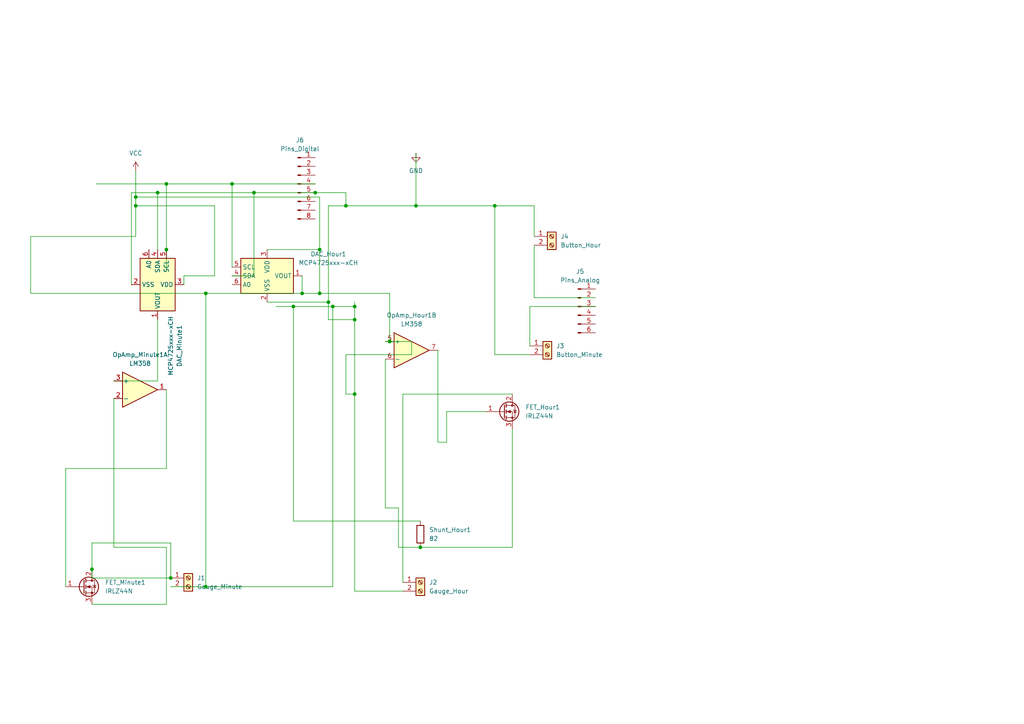
<source format=kicad_sch>
(kicad_sch (version 20231120) (generator "eeschema") (generator_version "8.0")
  (paper "A4")
  (lib_symbols
    (symbol "Amplifier_Operational:LM358" (pin_names (offset 0.127))
      (property "Reference" "U" (at 0 5.08 0))
      (property "Value" "LM358" (at 0 -5.08 0))
      (symbol "LM358_1_1"
        (polyline (pts (xy -5.08 5.08) (xy 5.08 0) (xy -5.08 -5.08) (xy -5.08 5.08)) (stroke (width 0.254)) (fill (type background)))
        (pin output line (at 7.62 0 180) (length 2.54) (name "~") (number "1"))
        (pin input line (at -7.62 -2.54 0) (length 2.54) (name "-") (number "2"))
        (pin input line (at -7.62 2.54 0) (length 2.54) (name "+") (number "3"))
      )
      (symbol "LM358_2_1"
        (polyline (pts (xy -5.08 5.08) (xy 5.08 0) (xy -5.08 -5.08) (xy -5.08 5.08)) (stroke (width 0.254)) (fill (type background)))
        (pin input line (at -7.62 2.54 0) (length 2.54) (name "+") (number "5"))
        (pin input line (at -7.62 -2.54 0) (length 2.54) (name "-") (number "6"))
        (pin output line (at 7.62 0 180) (length 2.54) (name "~") (number "7"))
      )
      (symbol "LM358_3_1"
        (pin power_in line (at -2.54 -7.62 90) (length 3.81) (name "V-") (number "4"))
        (pin power_in line (at -2.54 7.62 270) (length 3.81) (name "V+") (number "8"))
      )
    )
    (symbol "Analog_DAC:MCP4725xxx-xCH"
      (property "Reference" "U" (at -6.35 6.35 0))
      (property "Value" "MCP4725xxx-xCH" (at 8.89 6.35 0))
      (symbol "MCP4725xxx-xCH_0_1"
        (rectangle (start -7.62 5.08) (end 7.62 -5.08) (stroke (width 0.254)) (fill (type background)))
      )
      (symbol "MCP4725xxx-xCH_1_1"
        (pin output line (at 10.16 0 180) (length 2.54) (name "VOUT") (number "1"))
        (pin power_in line (at 0 -7.62 90) (length 2.54) (name "VSS") (number "2"))
        (pin power_in line (at 0 7.62 270) (length 2.54) (name "VDD") (number "3"))
        (pin bidirectional line (at -10.16 0 0) (length 2.54) (name "SDA") (number "4"))
        (pin input line (at -10.16 2.54 0) (length 2.54) (name "SCL") (number "5"))
        (pin input line (at -10.16 -2.54 0) (length 2.54) (name "A0") (number "6"))
      )
    )
    (symbol "Connector:Conn_01x06_Pin" (pin_names (offset 1.016) hide)
      (property "Reference" "J" (at 0 7.62 0))
      (property "Value" "Conn_01x06_Pin" (at 0 -10.16 0))
      (symbol "Conn_01x06_Pin_1_1"
        (polyline (pts (xy 1.27 -7.62) (xy 0.8636 -7.62)) (stroke (width 0.1524)))
        (polyline (pts (xy 1.27 -5.08) (xy 0.8636 -5.08)) (stroke (width 0.1524)))
        (polyline (pts (xy 1.27 -2.54) (xy 0.8636 -2.54)) (stroke (width 0.1524)))
        (polyline (pts (xy 1.27 0) (xy 0.8636 0)) (stroke (width 0.1524)))
        (polyline (pts (xy 1.27 2.54) (xy 0.8636 2.54)) (stroke (width 0.1524)))
        (polyline (pts (xy 1.27 5.08) (xy 0.8636 5.08)) (stroke (width 0.1524)))
        (rectangle (start 0.8636 -7.493) (end 0 -7.747) (stroke (width 0.1524)) (fill (type outline)))
        (rectangle (start 0.8636 -4.953) (end 0 -5.207) (stroke (width 0.1524)) (fill (type outline)))
        (rectangle (start 0.8636 -2.413) (end 0 -2.667) (stroke (width 0.1524)) (fill (type outline)))
        (rectangle (start 0.8636 0.127) (end 0 -0.127) (stroke (width 0.1524)) (fill (type outline)))
        (rectangle (start 0.8636 2.667) (end 0 2.413) (stroke (width 0.1524)) (fill (type outline)))
        (rectangle (start 0.8636 5.207) (end 0 4.953) (stroke (width 0.1524)) (fill (type outline)))
        (pin passive line (at 5.08 5.08 180) (length 3.81) (name "Pin_1") (number "1"))
        (pin passive line (at 5.08 2.54 180) (length 3.81) (name "Pin_2") (number "2"))
        (pin passive line (at 5.08 0 180) (length 3.81) (name "Pin_3") (number "3"))
        (pin passive line (at 5.08 -2.54 180) (length 3.81) (name "Pin_4") (number "4"))
        (pin passive line (at 5.08 -5.08 180) (length 3.81) (name "Pin_5") (number "5"))
        (pin passive line (at 5.08 -7.62 180) (length 3.81) (name "Pin_6") (number "6"))
      )
    )
    (symbol "Connector:Conn_01x08_Pin" (pin_names (offset 1.016) hide)
      (property "Reference" "J" (at 0 10.16 0))
      (property "Value" "Conn_01x08_Pin" (at 0 -12.7 0))
      (symbol "Conn_01x08_Pin_1_1"
        (polyline (pts (xy 1.27 -10.16) (xy 0.8636 -10.16)) (stroke (width 0.1524)))
        (polyline (pts (xy 1.27 -7.62) (xy 0.8636 -7.62)) (stroke (width 0.1524)))
        (polyline (pts (xy 1.27 -5.08) (xy 0.8636 -5.08)) (stroke (width 0.1524)))
        (polyline (pts (xy 1.27 -2.54) (xy 0.8636 -2.54)) (stroke (width 0.1524)))
        (polyline (pts (xy 1.27 0) (xy 0.8636 0)) (stroke (width 0.1524)))
        (polyline (pts (xy 1.27 2.54) (xy 0.8636 2.54)) (stroke (width 0.1524)))
        (polyline (pts (xy 1.27 5.08) (xy 0.8636 5.08)) (stroke (width 0.1524)))
        (polyline (pts (xy 1.27 7.62) (xy 0.8636 7.62)) (stroke (width 0.1524)))
        (rectangle (start 0.8636 -10.033) (end 0 -10.287) (stroke (width 0.1524)) (fill (type outline)))
        (rectangle (start 0.8636 -7.493) (end 0 -7.747) (stroke (width 0.1524)) (fill (type outline)))
        (rectangle (start 0.8636 -4.953) (end 0 -5.207) (stroke (width 0.1524)) (fill (type outline)))
        (rectangle (start 0.8636 -2.413) (end 0 -2.667) (stroke (width 0.1524)) (fill (type outline)))
        (rectangle (start 0.8636 0.127) (end 0 -0.127) (stroke (width 0.1524)) (fill (type outline)))
        (rectangle (start 0.8636 2.667) (end 0 2.413) (stroke (width 0.1524)) (fill (type outline)))
        (rectangle (start 0.8636 5.207) (end 0 4.953) (stroke (width 0.1524)) (fill (type outline)))
        (rectangle (start 0.8636 7.747) (end 0 7.493) (stroke (width 0.1524)) (fill (type outline)))
        (pin passive line (at 5.08 7.62 180) (length 3.81) (name "Pin_1") (number "1"))
        (pin passive line (at 5.08 5.08 180) (length 3.81) (name "Pin_2") (number "2"))
        (pin passive line (at 5.08 2.54 180) (length 3.81) (name "Pin_3") (number "3"))
        (pin passive line (at 5.08 0 180) (length 3.81) (name "Pin_4") (number "4"))
        (pin passive line (at 5.08 -2.54 180) (length 3.81) (name "Pin_5") (number "5"))
        (pin passive line (at 5.08 -5.08 180) (length 3.81) (name "Pin_6") (number "6"))
        (pin passive line (at 5.08 -7.62 180) (length 3.81) (name "Pin_7") (number "7"))
        (pin passive line (at 5.08 -10.16 180) (length 3.81) (name "Pin_8") (number "8"))
      )
    )
    (symbol "Connector:Screw_Terminal_01x02" (pin_names (offset 1.016) hide)
      (property "Reference" "J" (at 0 2.54 0))
      (property "Value" "Screw_Terminal_01x02" (at 0 -5.08 0))
      (symbol "Screw_Terminal_01x02_1_1"
        (rectangle (start -1.27 1.27) (end 1.27 -3.81) (stroke (width 0.254)) (fill (type background)))
        (circle (center 0 -2.54) (radius 0.635) (stroke (width 0.1524)))
        (polyline (pts (xy -0.5334 -2.2098) (xy 0.3302 -3.048)) (stroke (width 0.1524)))
        (polyline (pts (xy -0.5334 0.3302) (xy 0.3302 -0.508)) (stroke (width 0.1524)))
        (polyline (pts (xy -0.3556 -2.032) (xy 0.508 -2.8702)) (stroke (width 0.1524)))
        (polyline (pts (xy -0.3556 0.508) (xy 0.508 -0.3302)) (stroke (width 0.1524)))
        (circle (center 0 0) (radius 0.635) (stroke (width 0.1524)))
        (pin passive line (at -5.08 0 0) (length 3.81) (name "Pin_1") (number "1"))
        (pin passive line (at -5.08 -2.54 0) (length 3.81) (name "Pin_2") (number "2"))
      )
    )
    (symbol "Device:R" (pin_numbers hide) (pin_names (offset 0))
      (property "Reference" "R" (at 2.032 0 90))
      (property "Value" "R" (at 0 0 90))
      (symbol "R_0_1"
        (rectangle (start -1.016 -2.54) (end 1.016 2.54) (stroke (width 0.254)))
      )
      (symbol "R_1_1"
        (pin passive line (at 0 3.81 270) (length 1.27) (name "~") (number "1"))
        (pin passive line (at 0 -3.81 90) (length 1.27) (name "~") (number "2"))
      )
    )
    (symbol "Transistor_FET:IRLZ44N" (pin_names hide)
      (property "Reference" "Q" (at 5.08 1.905 0))
      (property "Value" "IRLZ44N" (at 5.08 0 0))
      (symbol "IRLZ44N_0_1"
        (polyline (pts (xy 0.254 0) (xy -2.54 0)))
        (polyline (pts (xy 0.254 1.905) (xy 0.254 -1.905)) (stroke (width 0.254)))
        (polyline (pts (xy 0.762 -1.27) (xy 0.762 -2.286)) (stroke (width 0.254)))
        (polyline (pts (xy 0.762 0.508) (xy 0.762 -0.508)) (stroke (width 0.254)))
        (polyline (pts (xy 0.762 2.286) (xy 0.762 1.27)) (stroke (width 0.254)))
        (polyline (pts (xy 2.54 2.54) (xy 2.54 1.778)))
        (polyline (pts (xy 2.54 -2.54) (xy 2.54 0) (xy 0.762 0)))
        (polyline (pts (xy 0.762 -1.778) (xy 3.302 -1.778) (xy 3.302 1.778) (xy 0.762 1.778)))
        (polyline (pts (xy 1.016 0) (xy 2.032 0.381) (xy 2.032 -0.381) (xy 1.016 0)) (fill (type outline)))
        (polyline (pts (xy 2.794 0.508) (xy 2.921 0.381) (xy 3.683 0.381) (xy 3.81 0.254)))
        (polyline (pts (xy 3.302 0.381) (xy 2.921 -0.254) (xy 3.683 -0.254) (xy 3.302 0.381)))
        (circle (center 1.651 0) (radius 2.794) (stroke (width 0.254)))
        (circle (center 2.54 -1.778) (radius 0.254) (fill (type outline)))
        (circle (center 2.54 1.778) (radius 0.254) (fill (type outline)))
      )
      (symbol "IRLZ44N_1_1"
        (pin input line (at -5.08 0 0) (length 2.54) (name "G") (number "1"))
        (pin passive line (at 2.54 5.08 270) (length 2.54) (name "D") (number "2"))
        (pin passive line (at 2.54 -5.08 90) (length 2.54) (name "S") (number "3"))
      )
    )
    (symbol "power:GND" (power) (pin_numbers hide) (pin_names (offset 0) hide)
      (property "Value" "GND" (at 0 -3.81 0))
      (symbol "GND_0_1"
        (polyline (pts (xy 0 0) (xy 0 -1.27) (xy 1.27 -1.27) (xy 0 -2.54) (xy -1.27 -1.27) (xy 0 -1.27)))
      )
      (symbol "GND_1_1"
        (pin power_in line (at 0 0 270) (length 0) (name "~") (number "1"))
      )
    )
    (symbol "power:VCC" (power) (pin_numbers hide) (pin_names (offset 0) hide)
      (property "Value" "VCC" (at 0 3.556 0))
      (symbol "VCC_0_1"
        (polyline (pts (xy -0.762 1.27) (xy 0 2.54)))
        (polyline (pts (xy 0 0) (xy 0 2.54)))
        (polyline (pts (xy 0 2.54) (xy 0.762 1.27)))
      )
      (symbol "VCC_1_1"
        (pin power_in line (at 0 0 90) (length 0) (name "~") (number "1"))
      )
    )
  )
  (junction (at 92.71 72.39))
  (junction (at 26.67 165.1))
  (junction (at 87.63 85.09))
  (junction (at 120.65 59.69))
  (junction (at 92.71 85.09))
  (junction (at 48.26 53.34))
  (junction (at 85.09 88.9))
  (junction (at 102.87 92.71))
  (junction (at 102.87 88.9))
  (junction (at 45.72 55.88))
  (junction (at 59.69 170.18))
  (junction (at 121.92 158.75))
  (junction (at 39.37 59.69))
  (junction (at 102.87 114.3))
  (junction (at 59.69 85.09))
  (junction (at 100.33 59.69))
  (junction (at 96.52 88.9))
  (junction (at 143.51 59.69))
  (junction (at 113.03 99.06))
  (junction (at 39.37 57.15))
  (junction (at 48.26 72.39))
  (junction (at 95.25 87.63))
  (junction (at 67.31 53.34))
  (junction (at 91.44 55.88))
  (junction (at 73.66 55.88))
  (junction (at 49.53 167.64))
  (wire (pts (xy 39.37 68.58) (xy 39.37 59.69)))
  (wire (pts (xy 127 101.6) (xy 127 128.27)))
  (wire (pts (xy 120.65 59.69) (xy 120.65 44.45)))
  (wire (pts (xy 116.84 168.91) (xy 116.84 114.3)))
  (wire (pts (xy 53.34 82.55) (xy 53.34 80.01)))
  (wire (pts (xy 113.03 99.06) (xy 111.76 99.06)))
  (wire (pts (xy 115.57 147.32) (xy 115.57 158.75)))
  (wire (pts (xy 73.66 55.88) (xy 73.66 80.01)))
  (wire (pts (xy 77.47 87.63) (xy 95.25 87.63)))
  (wire (pts (xy 153.67 88.9) (xy 172.72 88.9)))
  (wire (pts (xy 26.67 175.26) (xy 48.26 175.26)))
  (wire (pts (xy 154.94 59.69) (xy 143.51 59.69)))
  (wire (pts (xy 67.31 53.34) (xy 91.44 53.34)))
  (wire (pts (xy 49.53 157.48) (xy 49.53 167.64)))
  (wire (pts (xy 45.72 110.49) (xy 45.72 92.71)))
  (wire (pts (xy 100.33 59.69) (xy 120.65 59.69)))
  (wire (pts (xy 67.31 53.34) (xy 67.31 77.47)))
  (wire (pts (xy 129.54 119.38) (xy 129.54 128.27)))
  (wire (pts (xy 95.25 59.69) (xy 100.33 59.69)))
  (wire (pts (xy 48.26 72.39) (xy 48.26 78.74)))
  (wire (pts (xy 59.69 170.18) (xy 59.69 85.09)))
  (wire (pts (xy 39.37 59.69) (xy 39.37 57.15)))
  (wire (pts (xy 116.84 171.45) (xy 102.87 171.45)))
  (wire (pts (xy 119.38 102.87) (xy 119.38 99.06)))
  (wire (pts (xy 33.02 110.49) (xy 45.72 110.49)))
  (wire (pts (xy 49.53 167.64) (xy 26.67 167.64)))
  (wire (pts (xy 33.02 158.75) (xy 48.26 158.75)))
  (wire (pts (xy 95.25 59.69) (xy 95.25 87.63)))
  (wire (pts (xy 48.26 175.26) (xy 48.26 158.75)))
  (wire (pts (xy 39.37 57.15) (xy 92.71 57.15)))
  (wire (pts (xy 102.87 171.45) (xy 102.87 114.3)))
  (wire (pts (xy 38.1 82.55) (xy 38.1 55.88)))
  (wire (pts (xy 53.34 80.01) (xy 62.23 80.01)))
  (wire (pts (xy 45.72 55.88) (xy 45.72 72.39)))
  (wire (pts (xy 92.71 57.15) (xy 92.71 72.39)))
  (wire (pts (xy 121.92 158.75) (xy 148.59 158.75)))
  (wire (pts (xy 19.05 135.89) (xy 19.05 170.18)))
  (wire (pts (xy 85.09 88.9) (xy 96.52 88.9)))
  (wire (pts (xy 127 128.27) (xy 129.54 128.27)))
  (wire (pts (xy 8.89 85.09) (xy 59.69 85.09)))
  (wire (pts (xy 111.76 104.14) (xy 111.76 147.32)))
  (wire (pts (xy 87.63 85.09) (xy 92.71 85.09)))
  (wire (pts (xy 153.67 102.87) (xy 143.51 102.87)))
  (wire (pts (xy 8.89 68.58) (xy 39.37 68.58)))
  (wire (pts (xy 59.69 85.09) (xy 87.63 85.09)))
  (wire (pts (xy 100.33 114.3) (xy 102.87 114.3)))
  (wire (pts (xy 92.71 85.09) (xy 92.71 72.39)))
  (wire (pts (xy 39.37 57.15) (xy 39.37 49.53)))
  (wire (pts (xy 102.87 92.71) (xy 95.25 92.71)))
  (wire (pts (xy 26.67 157.48) (xy 49.53 157.48)))
  (wire (pts (xy 121.92 151.13) (xy 85.09 151.13)))
  (wire (pts (xy 100.33 102.87) (xy 119.38 102.87)))
  (wire (pts (xy 116.84 114.3) (xy 148.59 114.3)))
  (wire (pts (xy 148.59 124.46) (xy 148.59 158.75)))
  (wire (pts (xy 67.31 80.01) (xy 73.66 80.01)))
  (wire (pts (xy 154.94 86.36) (xy 172.72 86.36)))
  (wire (pts (xy 143.51 102.87) (xy 143.51 59.69)))
  (wire (pts (xy 129.54 119.38) (xy 140.97 119.38)))
  (wire (pts (xy 48.26 113.03) (xy 48.26 135.89)))
  (wire (pts (xy 102.87 87.63) (xy 102.87 88.9)))
  (wire (pts (xy 27.94 53.34) (xy 48.26 53.34)))
  (wire (pts (xy 59.69 170.18) (xy 96.52 170.18)))
  (wire (pts (xy 85.09 151.13) (xy 85.09 88.9)))
  (wire (pts (xy 62.23 80.01) (xy 62.23 59.69)))
  (wire (pts (xy 100.33 59.69) (xy 100.33 55.88)))
  (wire (pts (xy 62.23 59.69) (xy 39.37 59.69)))
  (wire (pts (xy 113.03 85.09) (xy 113.03 99.06)))
  (wire (pts (xy 48.26 135.89) (xy 19.05 135.89)))
  (wire (pts (xy 73.66 55.88) (xy 91.44 55.88)))
  (wire (pts (xy 92.71 85.09) (xy 113.03 85.09)))
  (wire (pts (xy 26.67 157.48) (xy 26.67 165.1)))
  (wire (pts (xy 115.57 158.75) (xy 121.92 158.75)))
  (wire (pts (xy 143.51 59.69) (xy 120.65 59.69)))
  (wire (pts (xy 119.38 99.06) (xy 113.03 99.06)))
  (wire (pts (xy 49.53 170.18) (xy 59.69 170.18)))
  (wire (pts (xy 87.63 80.01) (xy 87.63 85.09)))
  (wire (pts (xy 26.67 167.64) (xy 26.67 165.1)))
  (wire (pts (xy 48.26 53.34) (xy 48.26 72.39)))
  (wire (pts (xy 45.72 55.88) (xy 73.66 55.88)))
  (wire (pts (xy 38.1 55.88) (xy 45.72 55.88)))
  (wire (pts (xy 111.76 147.32) (xy 115.57 147.32)))
  (wire (pts (xy 102.87 92.71) (xy 102.87 114.3)))
  (wire (pts (xy 8.89 85.09) (xy 8.89 68.58)))
  (wire (pts (xy 102.87 88.9) (xy 102.87 92.71)))
  (wire (pts (xy 100.33 102.87) (xy 100.33 114.3)))
  (wire (pts (xy 80.01 88.9) (xy 85.09 88.9)))
  (wire (pts (xy 154.94 68.58) (xy 154.94 59.69)))
  (wire (pts (xy 48.26 53.34) (xy 67.31 53.34)))
  (wire (pts (xy 33.02 115.57) (xy 33.02 158.75)))
  (wire (pts (xy 153.67 100.33) (xy 153.67 88.9)))
  (wire (pts (xy 154.94 71.12) (xy 154.94 86.36)))
  (wire (pts (xy 77.47 72.39) (xy 92.71 72.39)))
  (wire (pts (xy 96.52 170.18) (xy 96.52 88.9)))
  (wire (pts (xy 100.33 55.88) (xy 91.44 55.88)))
  (wire (pts (xy 95.25 92.71) (xy 95.25 87.63)))
  (wire (pts (xy 96.52 88.9) (xy 102.87 88.9)))
  (symbol (lib_id "Amplifier_Operational:LM358") (at 40.64 113.03 0) (unit 1)
    (property "Reference" "OpAmp_Minute1" (at 40.64 102.87 0))
    (property "Value" "LM358" (at 40.64 105.41 0))
    (property "Footprint" "Package_DIP:CERDIP-8_W7.62mm_SideBrazed" (effects (hide yes)))
    (property "Datasheet" "http://www.ti.com/lit/ds/symlink/lm2904-n.pdf" (effects (hide yes)))
    (property "Description" "Low-Power, Dual Operational Amplifiers, DIP-8/SOIC-8/TO-99-8" (effects (hide yes)))
  )
  (symbol (lib_id "Connector:Screw_Terminal_01x02") (at 160.02 68.58 0) (unit 1)
    (property "Reference" "J4" (at 162.56 68.5799 0) (effects (justify left)))
    (property "Value" "Button_Hour" (at 162.56 71.1199 0) (effects (justify left)))
    (property "Footprint" "Connector_Phoenix_GMSTB:PhoenixContact_GMSTBA_2,5_2-G-7,62_1x02_P7.62mm_Horizontal" (effects (hide yes)))
    (property "Description" "Generic screw terminal, single row, 01x02, script generated (kicad-library-utils/schlib/autogen/connector/)" (effects (hide yes)))
  )
  (symbol (lib_id "Device:R") (at 121.92 154.94 0) (unit 1)
    (property "Reference" "Shunt_Hour1" (at 124.46 153.6699 0) (effects (justify left)))
    (property "Value" "82" (at 124.46 156.2099 0) (effects (justify left)))
    (property "Footprint" "Resistor_SMD:R_1206_3216Metric_Pad1.30x1.75mm_HandSolder" (effects (hide yes)))
    (property "Description" "Resistor" (effects (hide yes)))
  )
  (symbol (lib_id "Connector:Screw_Terminal_01x02") (at 158.75 100.33 0) (unit 1)
    (property "Reference" "J3" (at 161.29 100.3299 0) (effects (justify left)))
    (property "Value" "Button_Minute" (at 161.29 102.8699 0) (effects (justify left)))
    (property "Footprint" "Connector_Phoenix_GMSTB:PhoenixContact_GMSTBA_2,5_2-G-7,62_1x02_P7.62mm_Horizontal" (effects (hide yes)))
    (property "Description" "Generic screw terminal, single row, 01x02, script generated (kicad-library-utils/schlib/autogen/connector/)" (effects (hide yes)))
  )
  (symbol (lib_id "power:GND") (at 120.65 44.45 0) (unit 1)
    (property "Reference" "#PWR01" (effects (hide yes)))
    (property "Value" "GND" (at 120.65 49.53 0))
    (property "Description" "Power symbol creates a global label with name \"GND\" , ground" (effects (hide yes)))
  )
  (symbol (lib_id "Analog_DAC:MCP4725xxx-xCH") (at 45.72 82.55 270) (unit 1)
    (property "Reference" "DAC_Minute1" (at 52.0386 100.33 0))
    (property "Value" "MCP4725xxx-xCH" (at 49.4986 100.33 0))
    (property "Footprint" "Package_TO_SOT_SMD:SOT-23-6" (effects (hide yes)))
    (property "Datasheet" "http://ww1.microchip.com/downloads/en/DeviceDoc/22039d.pdf" (effects (hide yes)))
    (property "Description" "12-bit Digital-to-Analog Converter, integrated EEPROM, I2C interface, SOT-23-6" (effects (hide yes)))
  )
  (symbol (lib_id "Connector:Screw_Terminal_01x02") (at 121.92 168.91 0) (unit 1)
    (property "Reference" "J2" (at 124.46 168.9099 0) (effects (justify left)))
    (property "Value" "Gauge_Hour" (at 124.46 171.4499 0) (effects (justify left)))
    (property "Footprint" "Connector_Phoenix_GMSTB:PhoenixContact_GMSTBA_2,5_2-G-7,62_1x02_P7.62mm_Horizontal" (effects (hide yes)))
    (property "Description" "Generic screw terminal, single row, 01x02, script generated (kicad-library-utils/schlib/autogen/connector/)" (effects (hide yes)))
  )
  (symbol (lib_id "Connector:Conn_01x06_Pin") (at 167.64 88.9 0) (unit 1)
    (property "Reference" "J5" (at 168.275 78.74 0))
    (property "Value" "Pins_Analog" (at 168.275 81.28 0))
    (property "Footprint" "Connector_Harting:Harting_har-flexicon_14110613001xxx_1x06-MP_P2.54mm_Vertical" (effects (hide yes)))
    (property "Description" "Generic connector, single row, 01x06, script generated" (effects (hide yes)))
  )
  (symbol (lib_id "Amplifier_Operational:LM358") (at 119.38 101.6 0) (unit 2)
    (property "Reference" "OpAmp_Hour1" (at 119.38 91.44 0))
    (property "Value" "LM358" (at 119.38 93.98 0))
    (property "Footprint" "Package_DIP:CERDIP-8_W7.62mm_SideBrazed" (effects (hide yes)))
    (property "Datasheet" "http://www.ti.com/lit/ds/symlink/lm2904-n.pdf" (effects (hide yes)))
    (property "Description" "Low-Power, Dual Operational Amplifiers, DIP-8/SOIC-8/TO-99-8" (effects (hide yes)))
  )
  (symbol (lib_id "Connector:Screw_Terminal_01x02") (at 54.61 167.64 0) (unit 1)
    (property "Reference" "J1" (at 57.15 167.6399 0) (effects (justify left)))
    (property "Value" "Gauge_Minute" (at 57.15 170.1799 0) (effects (justify left)))
    (property "Footprint" "Connector_Phoenix_GMSTB:PhoenixContact_GMSTBA_2,5_2-G-7,62_1x02_P7.62mm_Horizontal" (effects (hide yes)))
    (property "Description" "Generic screw terminal, single row, 01x02, script generated (kicad-library-utils/schlib/autogen/connector/)" (effects (hide yes)))
  )
  (symbol (lib_id "power:VCC") (at 39.37 49.53 0) (unit 1)
    (property "Reference" "#PWR02" (effects (hide yes)))
    (property "Value" "VCC" (at 39.37 44.45 0))
    (property "Description" "Power symbol creates a global label with name \"VCC\"" (effects (hide yes)))
  )
  (symbol (lib_id "Connector:Conn_01x08_Pin") (at 86.36 53.34 0) (unit 1)
    (property "Reference" "J6" (at 86.995 40.64 0))
    (property "Value" "Pins_Digital" (at 86.995 43.18 0))
    (property "Footprint" "Connector_Harting:Harting_har-flexicon_14110813001xxx_1x08-MP_P2.54mm_Vertical" (effects (hide yes)))
    (property "Description" "Generic connector, single row, 01x08, script generated" (effects (hide yes)))
  )
  (symbol (lib_id "Transistor_FET:IRLZ44N") (at 146.05 119.38 0) (unit 1)
    (property "Reference" "FET_Hour1" (at 152.4 118.1099 0) (effects (justify left)))
    (property "Value" "IRLZ44N" (at 152.4 120.6499 0) (effects (justify left)))
    (property "Footprint" "Package_TO_SOT_THT:TO-220-3_Vertical" (effects (hide yes)))
    (property "Datasheet" "http://www.irf.com/product-info/datasheets/data/irlz44n.pdf" (effects (hide yes)))
    (property "Description" "47A Id, 55V Vds, 22mOhm Rds Single N-Channel HEXFET Power MOSFET, TO-220AB" (effects (hide yes)))
  )
  (symbol (lib_id "Transistor_FET:IRLZ44N") (at 24.13 170.18 0) (unit 1)
    (property "Reference" "FET_Minute1" (at 30.48 168.9099 0) (effects (justify left)))
    (property "Value" "IRLZ44N" (at 30.48 171.4499 0) (effects (justify left)))
    (property "Footprint" "Package_TO_SOT_THT:TO-220-3_Vertical" (effects (hide yes)))
    (property "Datasheet" "http://www.irf.com/product-info/datasheets/data/irlz44n.pdf" (effects (hide yes)))
    (property "Description" "47A Id, 55V Vds, 22mOhm Rds Single N-Channel HEXFET Power MOSFET, TO-220AB" (effects (hide yes)))
  )
  (symbol (lib_id "Analog_DAC:MCP4725xxx-xCH") (at 77.47 80.01 0) (unit 1)
    (property "Reference" "DAC_Hour1" (at 95.25 73.6914 0))
    (property "Value" "MCP4725xxx-xCH" (at 95.25 76.2314 0))
    (property "Footprint" "Package_TO_SOT_SMD:SOT-23-6" (effects (hide yes)))
    (property "Datasheet" "http://ww1.microchip.com/downloads/en/DeviceDoc/22039d.pdf" (effects (hide yes)))
    (property "Description" "12-bit Digital-to-Analog Converter, integrated EEPROM, I2C interface, SOT-23-6" (effects (hide yes)))
  )
)
</source>
